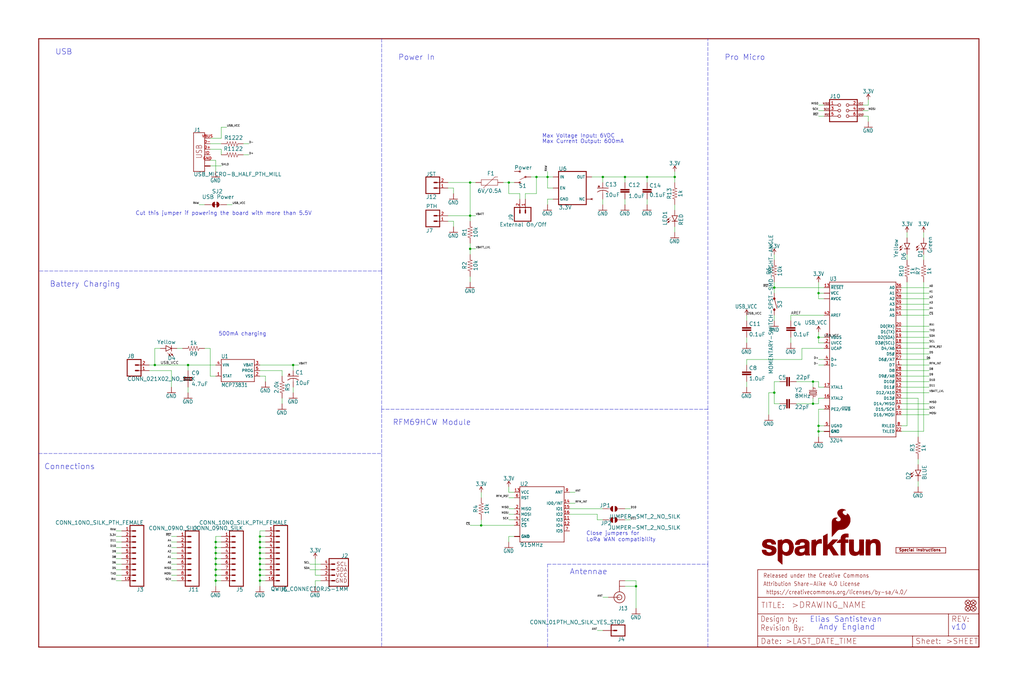
<source format=kicad_sch>
(kicad_sch (version 20211123) (generator eeschema)
  (paper "User" 470.306 317.906)
  (junction (at 119.38 266.7))
  (junction (at 99.06 266.7))
  (junction (at 119.38 246.38))
  (junction (at 86.36 167.64))
  (junction (at 297.18 81.28))
  (junction (at 373.38 175.26))
  (junction (at 355.6 132.08))
  (junction (at 119.38 259.08))
  (junction (at 287.02 81.28))
  (junction (at 375.92 154.94))
  (junction (at 215.9 83.82))
  (junction (at 99.06 259.08))
  (junction (at 251.46 81.28))
  (junction (at 71.12 167.64))
  (junction (at 99.06 264.16))
  (junction (at 99.06 256.54))
  (junction (at 99.06 248.92))
  (junction (at 119.38 261.62))
  (junction (at 220.98 241.3))
  (junction (at 99.06 251.46))
  (junction (at 119.38 256.54))
  (junction (at 246.38 81.28))
  (junction (at 355.6 180.34))
  (junction (at 373.38 185.42))
  (junction (at 233.68 83.82))
  (junction (at 375.92 198.12))
  (junction (at 99.06 261.62))
  (junction (at 215.9 114.3))
  (junction (at 119.38 254))
  (junction (at 134.62 167.64))
  (junction (at 309.88 81.28))
  (junction (at 292.1 269.24))
  (junction (at 375.92 134.62))
  (junction (at 99.06 254))
  (junction (at 119.38 264.16))
  (junction (at 276.86 81.28))
  (junction (at 375.92 195.58))
  (junction (at 119.38 251.46))
  (junction (at 215.9 99.06))
  (junction (at 119.38 248.92))
  (wire (pts (xy 414.02 195.58) (xy 416.56 195.58)))
  (wire (pts (xy 86.36 177.8) (xy 86.36 180.34)))
  (wire (pts (xy 101.6 251.46) (xy 99.06 251.46)))
  (wire (pts (xy 421.64 213.36) (xy 421.64 210.82)))
  (wire (pts (xy 241.3 91.44) (xy 241.3 88.9)))
  (wire (pts (xy 121.92 248.92) (xy 119.38 248.92)))
  (wire (pts (xy 208.28 101.6) (xy 208.28 104.14)))
  (polyline (pts (xy 175.26 208.28) (xy 175.26 297.18)))
  (wire (pts (xy 134.62 167.64) (xy 137.16 167.64)))
  (wire (pts (xy 96.52 172.72) (xy 96.52 160.02)))
  (wire (pts (xy 101.6 68.58) (xy 101.6 71.12)))
  (wire (pts (xy 424.18 198.12) (xy 424.18 129.54)))
  (wire (pts (xy 71.12 160.02) (xy 71.12 167.64)))
  (wire (pts (xy 81.28 256.54) (xy 78.74 256.54)))
  (wire (pts (xy 215.9 101.6) (xy 215.9 99.06)))
  (wire (pts (xy 254 86.36) (xy 251.46 86.36)))
  (wire (pts (xy 396.24 53.34) (xy 398.78 53.34)))
  (wire (pts (xy 215.9 129.54) (xy 215.9 127)))
  (wire (pts (xy 96.52 63.5) (xy 101.6 63.5)))
  (wire (pts (xy 111.76 71.12) (xy 114.3 71.12)))
  (wire (pts (xy 119.38 167.64) (xy 134.62 167.64)))
  (wire (pts (xy 355.6 129.54) (xy 355.6 132.08)))
  (wire (pts (xy 121.92 256.54) (xy 119.38 256.54)))
  (wire (pts (xy 414.02 139.7) (xy 426.72 139.7)))
  (wire (pts (xy 414.02 172.72) (xy 426.72 172.72)))
  (wire (pts (xy 424.18 116.84) (xy 424.18 119.38)))
  (wire (pts (xy 416.56 106.68) (xy 416.56 109.22)))
  (wire (pts (xy 238.76 88.9) (xy 233.68 88.9)))
  (wire (pts (xy 424.18 106.68) (xy 424.18 109.22)))
  (wire (pts (xy 238.76 91.44) (xy 238.76 88.9)))
  (wire (pts (xy 358.14 175.26) (xy 355.6 175.26)))
  (wire (pts (xy 375.92 182.88) (xy 375.92 185.42)))
  (wire (pts (xy 68.58 167.64) (xy 71.12 167.64)))
  (wire (pts (xy 414.02 152.4) (xy 426.72 152.4)))
  (wire (pts (xy 99.06 259.08) (xy 99.06 261.62)))
  (polyline (pts (xy 175.26 187.96) (xy 175.26 208.28)))
  (polyline (pts (xy 175.26 124.46) (xy 175.26 187.96)))
  (wire (pts (xy 375.92 187.96) (xy 375.92 195.58)))
  (wire (pts (xy 421.64 223.52) (xy 421.64 220.98)))
  (wire (pts (xy 414.02 137.16) (xy 426.72 137.16)))
  (wire (pts (xy 355.6 116.84) (xy 355.6 119.38)))
  (wire (pts (xy 261.62 236.22) (xy 274.32 236.22)))
  (wire (pts (xy 96.52 76.2) (xy 101.6 76.2)))
  (wire (pts (xy 119.38 170.18) (xy 129.54 170.18)))
  (wire (pts (xy 101.6 264.16) (xy 99.06 264.16)))
  (wire (pts (xy 414.02 165.1) (xy 426.72 165.1)))
  (wire (pts (xy 353.06 180.34) (xy 355.6 180.34)))
  (polyline (pts (xy 251.46 259.08) (xy 325.12 259.08)))
  (wire (pts (xy 378.46 50.8) (xy 375.92 50.8)))
  (wire (pts (xy 309.88 96.52) (xy 309.88 93.98)))
  (wire (pts (xy 414.02 134.62) (xy 426.72 134.62)))
  (polyline (pts (xy 175.26 124.46) (xy 17.78 124.46)))
  (wire (pts (xy 121.92 266.7) (xy 119.38 266.7)))
  (wire (pts (xy 414.02 177.8) (xy 426.72 177.8)))
  (wire (pts (xy 111.76 66.04) (xy 114.3 66.04)))
  (wire (pts (xy 236.22 233.68) (xy 233.68 233.68)))
  (wire (pts (xy 276.86 289.56) (xy 274.32 289.56)))
  (wire (pts (xy 119.38 172.72) (xy 121.92 172.72)))
  (wire (pts (xy 220.98 226.06) (xy 220.98 228.6)))
  (wire (pts (xy 81.28 259.08) (xy 78.74 259.08)))
  (wire (pts (xy 287.02 233.68) (xy 289.56 233.68)))
  (polyline (pts (xy 325.12 297.18) (xy 325.12 259.08)))
  (wire (pts (xy 378.46 187.96) (xy 375.92 187.96)))
  (wire (pts (xy 368.3 160.02) (xy 368.3 165.1)))
  (wire (pts (xy 378.46 134.62) (xy 375.92 134.62)))
  (wire (pts (xy 342.9 154.94) (xy 342.9 157.48)))
  (wire (pts (xy 355.6 132.08) (xy 353.06 132.08)))
  (wire (pts (xy 414.02 144.78) (xy 426.72 144.78)))
  (wire (pts (xy 99.06 256.54) (xy 99.06 259.08)))
  (wire (pts (xy 287.02 81.28) (xy 287.02 83.82)))
  (polyline (pts (xy 325.12 187.96) (xy 325.12 17.78)))
  (wire (pts (xy 274.32 238.76) (xy 276.86 238.76)))
  (wire (pts (xy 414.02 149.86) (xy 426.72 149.86)))
  (wire (pts (xy 86.36 167.64) (xy 99.06 167.64)))
  (wire (pts (xy 378.46 132.08) (xy 355.6 132.08)))
  (wire (pts (xy 309.88 81.28) (xy 309.88 83.82)))
  (wire (pts (xy 414.02 162.56) (xy 426.72 162.56)))
  (wire (pts (xy 144.78 266.7) (xy 144.78 269.24)))
  (wire (pts (xy 378.46 154.94) (xy 375.92 154.94)))
  (wire (pts (xy 121.92 172.72) (xy 121.92 175.26)))
  (wire (pts (xy 215.9 114.3) (xy 218.44 114.3)))
  (wire (pts (xy 81.28 251.46) (xy 78.74 251.46)))
  (wire (pts (xy 309.88 81.28) (xy 309.88 78.74)))
  (wire (pts (xy 101.6 63.5) (xy 101.6 58.42)))
  (wire (pts (xy 261.62 233.68) (xy 276.86 233.68)))
  (wire (pts (xy 378.46 198.12) (xy 375.92 198.12)))
  (wire (pts (xy 147.32 264.16) (xy 144.78 264.16)))
  (wire (pts (xy 236.22 241.3) (xy 220.98 241.3)))
  (wire (pts (xy 414.02 170.18) (xy 426.72 170.18)))
  (wire (pts (xy 83.82 160.02) (xy 81.28 160.02)))
  (wire (pts (xy 220.98 241.3) (xy 215.9 241.3)))
  (wire (pts (xy 261.62 226.06) (xy 264.16 226.06)))
  (wire (pts (xy 99.06 254) (xy 99.06 256.54)))
  (wire (pts (xy 309.88 106.68) (xy 309.88 104.14)))
  (wire (pts (xy 205.74 86.36) (xy 208.28 86.36)))
  (wire (pts (xy 236.22 236.22) (xy 233.68 236.22)))
  (wire (pts (xy 71.12 167.64) (xy 86.36 167.64)))
  (wire (pts (xy 414.02 160.02) (xy 426.72 160.02)))
  (wire (pts (xy 373.38 182.88) (xy 373.38 185.42)))
  (wire (pts (xy 96.52 68.58) (xy 101.6 68.58)))
  (wire (pts (xy 119.38 264.16) (xy 119.38 266.7)))
  (wire (pts (xy 119.38 266.7) (xy 119.38 269.24)))
  (wire (pts (xy 365.76 175.26) (xy 373.38 175.26)))
  (wire (pts (xy 99.06 251.46) (xy 99.06 254)))
  (wire (pts (xy 121.92 243.84) (xy 119.38 243.84)))
  (wire (pts (xy 378.46 177.8) (xy 375.92 177.8)))
  (wire (pts (xy 414.02 175.26) (xy 426.72 175.26)))
  (wire (pts (xy 205.74 101.6) (xy 208.28 101.6)))
  (wire (pts (xy 81.28 248.92) (xy 78.74 248.92)))
  (wire (pts (xy 215.9 116.84) (xy 215.9 114.3)))
  (wire (pts (xy 246.38 88.9) (xy 246.38 81.28)))
  (wire (pts (xy 414.02 182.88) (xy 421.64 182.88)))
  (wire (pts (xy 414.02 185.42) (xy 426.72 185.42)))
  (wire (pts (xy 414.02 154.94) (xy 426.72 154.94)))
  (wire (pts (xy 99.06 266.7) (xy 99.06 269.24)))
  (wire (pts (xy 81.28 266.7) (xy 78.74 266.7)))
  (wire (pts (xy 121.92 251.46) (xy 119.38 251.46)))
  (wire (pts (xy 55.88 266.7) (xy 53.34 266.7)))
  (wire (pts (xy 99.06 172.72) (xy 96.52 172.72)))
  (wire (pts (xy 121.92 254) (xy 119.38 254)))
  (wire (pts (xy 414.02 132.08) (xy 426.72 132.08)))
  (wire (pts (xy 355.6 132.08) (xy 355.6 134.62)))
  (polyline (pts (xy 175.26 17.78) (xy 175.26 124.46)))
  (wire (pts (xy 55.88 259.08) (xy 53.34 259.08)))
  (wire (pts (xy 134.62 170.18) (xy 134.62 167.64)))
  (wire (pts (xy 81.28 254) (xy 78.74 254)))
  (wire (pts (xy 375.92 137.16) (xy 375.92 134.62)))
  (wire (pts (xy 375.92 195.58) (xy 375.92 198.12)))
  (wire (pts (xy 342.9 144.78) (xy 342.9 147.32)))
  (wire (pts (xy 119.38 256.54) (xy 119.38 259.08)))
  (wire (pts (xy 129.54 170.18) (xy 129.54 172.72)))
  (wire (pts (xy 292.1 269.24) (xy 292.1 279.4)))
  (wire (pts (xy 353.06 190.5) (xy 353.06 180.34)))
  (wire (pts (xy 414.02 198.12) (xy 424.18 198.12)))
  (wire (pts (xy 121.92 246.38) (xy 119.38 246.38)))
  (wire (pts (xy 99.06 264.16) (xy 99.06 266.7)))
  (wire (pts (xy 205.74 99.06) (xy 215.9 99.06)))
  (wire (pts (xy 416.56 195.58) (xy 416.56 129.54)))
  (wire (pts (xy 233.68 246.38) (xy 233.68 248.92)))
  (wire (pts (xy 246.38 81.28) (xy 251.46 81.28)))
  (wire (pts (xy 378.46 182.88) (xy 375.92 182.88)))
  (wire (pts (xy 287.02 266.7) (xy 292.1 266.7)))
  (wire (pts (xy 271.78 81.28) (xy 276.86 81.28)))
  (wire (pts (xy 99.06 248.92) (xy 99.06 251.46)))
  (wire (pts (xy 101.6 254) (xy 99.06 254)))
  (wire (pts (xy 68.58 170.18) (xy 78.74 170.18)))
  (wire (pts (xy 208.28 86.36) (xy 208.28 88.9)))
  (wire (pts (xy 55.88 243.84) (xy 53.34 243.84)))
  (wire (pts (xy 233.68 83.82) (xy 236.22 83.82)))
  (wire (pts (xy 368.3 165.1) (xy 342.9 165.1)))
  (wire (pts (xy 287.02 81.28) (xy 297.18 81.28)))
  (wire (pts (xy 231.14 83.82) (xy 233.68 83.82)))
  (wire (pts (xy 101.6 261.62) (xy 99.06 261.62)))
  (wire (pts (xy 119.38 254) (xy 119.38 256.54)))
  (wire (pts (xy 81.28 246.38) (xy 78.74 246.38)))
  (wire (pts (xy 215.9 83.82) (xy 205.74 83.82)))
  (wire (pts (xy 342.9 177.8) (xy 342.9 175.26)))
  (wire (pts (xy 101.6 266.7) (xy 99.06 266.7)))
  (wire (pts (xy 378.46 48.26) (xy 375.92 48.26)))
  (wire (pts (xy 236.22 226.06) (xy 233.68 226.06)))
  (wire (pts (xy 220.98 238.76) (xy 220.98 241.3)))
  (wire (pts (xy 375.92 185.42) (xy 373.38 185.42)))
  (wire (pts (xy 236.22 238.76) (xy 233.68 238.76)))
  (wire (pts (xy 101.6 259.08) (xy 99.06 259.08)))
  (wire (pts (xy 93.98 93.98) (xy 91.44 93.98)))
  (wire (pts (xy 236.22 228.6) (xy 233.68 228.6)))
  (wire (pts (xy 414.02 180.34) (xy 426.72 180.34)))
  (wire (pts (xy 144.78 264.16) (xy 144.78 256.54)))
  (wire (pts (xy 375.92 157.48) (xy 375.92 154.94)))
  (wire (pts (xy 81.28 261.62) (xy 78.74 261.62)))
  (wire (pts (xy 73.66 160.02) (xy 71.12 160.02)))
  (wire (pts (xy 378.46 165.1) (xy 375.92 165.1)))
  (wire (pts (xy 287.02 238.76) (xy 289.56 238.76)))
  (polyline (pts (xy 325.12 259.08) (xy 325.12 187.96)))
  (wire (pts (xy 119.38 248.92) (xy 119.38 251.46)))
  (wire (pts (xy 287.02 269.24) (xy 292.1 269.24)))
  (wire (pts (xy 375.92 198.12) (xy 375.92 200.66)))
  (wire (pts (xy 55.88 264.16) (xy 53.34 264.16)))
  (wire (pts (xy 236.22 246.38) (xy 233.68 246.38)))
  (wire (pts (xy 55.88 256.54) (xy 53.34 256.54)))
  (wire (pts (xy 119.38 259.08) (xy 119.38 261.62)))
  (wire (pts (xy 398.78 45.72) (xy 398.78 48.26)))
  (wire (pts (xy 355.6 180.34) (xy 355.6 185.42)))
  (wire (pts (xy 147.32 261.62) (xy 142.24 261.62)))
  (wire (pts (xy 274.32 236.22) (xy 274.32 238.76)))
  (wire (pts (xy 375.92 134.62) (xy 375.92 129.54)))
  (wire (pts (xy 375.92 175.26) (xy 373.38 175.26)))
  (polyline (pts (xy 325.12 187.96) (xy 175.26 187.96)))
  (wire (pts (xy 99.06 246.38) (xy 99.06 248.92)))
  (wire (pts (xy 81.28 264.16) (xy 78.74 264.16)))
  (wire (pts (xy 365.76 185.42) (xy 373.38 185.42)))
  (wire (pts (xy 55.88 261.62) (xy 53.34 261.62)))
  (wire (pts (xy 99.06 261.62) (xy 99.06 264.16)))
  (wire (pts (xy 104.14 93.98) (xy 106.68 93.98)))
  (wire (pts (xy 101.6 246.38) (xy 99.06 246.38)))
  (wire (pts (xy 414.02 187.96) (xy 426.72 187.96)))
  (polyline (pts (xy 251.46 297.18) (xy 251.46 259.08)))
  (wire (pts (xy 99.06 73.66) (xy 99.06 78.74)))
  (wire (pts (xy 251.46 81.28) (xy 251.46 78.74)))
  (wire (pts (xy 251.46 91.44) (xy 251.46 93.98)))
  (wire (pts (xy 78.74 170.18) (xy 78.74 177.8)))
  (wire (pts (xy 96.52 73.66) (xy 99.06 73.66)))
  (wire (pts (xy 119.38 251.46) (xy 119.38 254)))
  (wire (pts (xy 251.46 81.28) (xy 254 81.28)))
  (wire (pts (xy 251.46 86.36) (xy 251.46 81.28)))
  (wire (pts (xy 421.64 182.88) (xy 421.64 200.66)))
  (wire (pts (xy 119.38 243.84) (xy 119.38 246.38)))
  (wire (pts (xy 134.62 180.34) (xy 134.62 177.8)))
  (wire (pts (xy 414.02 167.64) (xy 426.72 167.64)))
  (wire (pts (xy 119.38 246.38) (xy 119.38 248.92)))
  (wire (pts (xy 358.14 185.42) (xy 355.6 185.42)))
  (wire (pts (xy 378.46 167.64) (xy 375.92 167.64)))
  (wire (pts (xy 297.18 93.98) (xy 297.18 91.44)))
  (wire (pts (xy 55.88 246.38) (xy 53.34 246.38)))
  (wire (pts (xy 342.9 165.1) (xy 342.9 167.64)))
  (wire (pts (xy 55.88 248.92) (xy 53.34 248.92)))
  (wire (pts (xy 378.46 160.02) (xy 368.3 160.02)))
  (wire (pts (xy 101.6 256.54) (xy 99.06 256.54)))
  (wire (pts (xy 233.68 226.06) (xy 233.68 223.52)))
  (wire (pts (xy 378.46 137.16) (xy 375.92 137.16)))
  (wire (pts (xy 416.56 116.84) (xy 416.56 119.38)))
  (wire (pts (xy 414.02 190.5) (xy 426.72 190.5)))
  (wire (pts (xy 215.9 99.06) (xy 218.44 99.06)))
  (wire (pts (xy 297.18 81.28) (xy 309.88 81.28)))
  (wire (pts (xy 276.86 81.28) (xy 287.02 81.28)))
  (wire (pts (xy 363.22 144.78) (xy 363.22 147.32)))
  (wire (pts (xy 378.46 53.34) (xy 375.92 53.34)))
  (wire (pts (xy 396.24 48.26) (xy 398.78 48.26)))
  (wire (pts (xy 414.02 142.24) (xy 426.72 142.24)))
  (wire (pts (xy 261.62 231.14) (xy 264.16 231.14)))
  (wire (pts (xy 375.92 152.4) (xy 375.92 154.94)))
  (wire (pts (xy 279.4 274.32) (xy 276.86 274.32)))
  (wire (pts (xy 215.9 114.3) (xy 215.9 111.76)))
  (wire (pts (xy 218.44 83.82) (xy 215.9 83.82)))
  (wire (pts (xy 355.6 144.78) (xy 355.6 147.32)))
  (wire (pts (xy 147.32 259.08) (xy 142.24 259.08)))
  (wire (pts (xy 355.6 175.26) (xy 355.6 180.34)))
  (wire (pts (xy 378.46 144.78) (xy 363.22 144.78)))
  (wire (pts (xy 96.52 160.02) (xy 93.98 160.02)))
  (wire (pts (xy 254 91.44) (xy 251.46 91.44)))
  (wire (pts (xy 55.88 251.46) (xy 53.34 251.46)))
  (wire (pts (xy 414.02 157.48) (xy 426.72 157.48)))
  (wire (pts (xy 373.38 177.8) (xy 373.38 175.26)))
  (wire (pts (xy 55.88 254) (xy 53.34 254)))
  (wire (pts (xy 276.86 81.28) (xy 276.86 83.82)))
  (polyline (pts (xy 17.78 208.28) (xy 175.26 208.28)))
  (wire (pts (xy 378.46 195.58) (xy 375.92 195.58)))
  (wire (pts (xy 233.68 88.9) (xy 233.68 83.82)))
  (wire (pts (xy 121.92 261.62) (xy 119.38 261.62)))
  (wire (pts (xy 101.6 58.42) (xy 104.14 58.42)))
  (wire (pts (xy 121.92 259.08) (xy 119.38 259.08)))
  (wire (pts (xy 121.92 264.16) (xy 119.38 264.16)))
  (wire (pts (xy 101.6 248.92) (xy 99.06 248.92)))
  (wire (pts (xy 396.24 50.8) (xy 398.78 50.8)))
  (wire (pts (xy 241.3 88.9) (xy 246.38 88.9)))
  (wire (pts (xy 297.18 83.82) (xy 297.18 81.28)))
  (wire (pts (xy 398.78 53.34) (xy 398.78 55.88)))
  (wire (pts (xy 96.52 66.04) (xy 101.6 66.04)))
  (wire (pts (xy 375.92 177.8) (xy 375.92 175.26)))
  (wire (pts (xy 119.38 261.62) (xy 119.38 264.16)))
  (wire (pts (xy 287.02 93.98) (xy 287.02 91.44)))
  (wire (pts (xy 215.9 99.06) (xy 215.9 83.82)))
  (wire (pts (xy 243.84 81.28) (xy 246.38 81.28)))
  (wire (pts (xy 378.46 157.48) (xy 375.92 157.48)))
  (wire (pts (xy 86.36 170.18) (xy 86.36 167.64)))
  (wire (pts (xy 129.54 185.42) (xy 129.54 182.88)))
  (wire (pts (xy 363.22 157.48) (xy 363.22 154.94)))
  (wire (pts (xy 276.86 93.98) (xy 276.86 91.44)))
  (wire (pts (xy 147.32 266.7) (xy 144.78 266.7)))
  (wire (pts (xy 292.1 266.7) (xy 292.1 269.24)))
  (text "Pro Micro" (at 332.74 27.94 180) (effects (font (size 2.54 2.54)) (justify left bottom)))
  (text "500mA charging" (at 100.33 154.432 180) (effects (font (size 1.778 1.778)) (justify left bottom)))
  (text "Connections" (at 20.32 215.9 180) (effects (font (size 2.54 2.54)) (justify left bottom)))
  (text "Andy England" (at 375.92 289.56 180) (effects (font (size 2.54 2.54)) (justify left bottom)))
  (text "Max Current Output: 600mA" (at 248.92 66.04 180) (effects (font (size 1.778 1.778)) (justify left bottom)))
  (text "USB" (at 25.4 25.4 180) (effects (font (size 2.54 2.54)) (justify left bottom)))
  (text "RFM69HCW Module" (at 180.34 195.58 180) (effects (font (size 2.54 2.54)) (justify left bottom)))
  (text "Close jumpers for\nLoRa WAN compatibility" (at 269.24 248.92 180) (effects (font (size 1.778 1.778)) (justify left bottom)))
  (text "Battery Charging" (at 22.86 132.08 180) (effects (font (size 2.54 2.54)) (justify left bottom)))
  (text "Cut this jumper if powering the board with more than 5.5V" (at 62.23 99.06 0) (effects (font (size 1.778 1.778)) (justify left bottom)))
  (text "Power In" (at 182.88 27.94 180) (effects (font (size 2.54 2.54)) (justify left bottom)))
  (text "v10" (at 436.88 289.56 180) (effects (font (size 2.54 2.54)) (justify left bottom)))
  (text "Antennae" (at 261.62 264.16 180) (effects (font (size 2.54 2.54)) (justify left bottom)))
  (text "Elias Santistevan" (at 371.856 286.004 180) (effects (font (size 2.54 2.54)) (justify left bottom)))
  (text "Max Voltage Input: 6VDC" (at 248.92 63.5 180) (effects (font (size 1.778 1.778)) (justify left bottom)))
  (label "RAW" (at 251.46 78.74 90) (effects (font (size 0.889 0.889))))
  (label "3.3V" (at 53.34 246.38 180) (effects (font (size 0.889 0.889))))
  (label "A2" (at 426.72 137.16 0) (effects (font (size 0.889 0.889))))
  (label "D11" (at 289.56 238.76 0) (effects (font (size 0.889 0.889))))
  (label "A1" (at 426.72 134.62 0) (effects (font (size 0.889 0.889))))
  (label "MOSI" (at 78.74 264.16 180) (effects (font (size 0.889 0.889))))
  (label "SDA" (at 142.24 261.62 180) (effects (font (size 0.889 0.889))))
  (label "A0" (at 78.74 259.08 180) (effects (font (size 0.889 0.889))))
  (label "ANT" (at 274.32 289.56 180) (effects (font (size 0.889 0.889))))
  (label "~{RST}" (at 78.74 246.38 180) (effects (font (size 0.889 0.889))))
  (label "~{RST}" (at 353.06 132.08 180) (effects (font (size 0.889 0.889))))
  (label "USB_VCC" (at 73.66 167.64 0) (effects (font (size 1.2446 1.2446))))
  (label "USB_VCC" (at 342.9 144.78 0) (effects (font (size 1.016 1.016))))
  (label "~{RST}" (at 375.92 53.34 180) (effects (font (size 0.889 0.889))))
  (label "~{CS}" (at 426.72 144.78 0) (effects (font (size 0.889 0.889))))
  (label "SDA" (at 426.72 154.94 0) (effects (font (size 0.889 0.889))))
  (label "SHLD" (at 101.6 76.2 0) (effects (font (size 0.889 0.889))))
  (label "D5" (at 426.72 162.56 0) (effects (font (size 0.889 0.889))))
  (label "SCK" (at 426.72 187.96 0) (effects (font (size 0.889 0.889))))
  (label "D11" (at 426.72 177.8 0) (effects (font (size 0.889 0.889))))
  (label "MISO" (at 426.72 185.42 0) (effects (font (size 0.889 0.889))))
  (label "SCL" (at 142.24 259.08 180) (effects (font (size 0.889 0.889))))
  (label "RFM_INT" (at 264.16 231.14 0) (effects (font (size 0.889 0.889))))
  (label "D+" (at 375.92 165.1 180) (effects (font (size 0.889 0.889))))
  (label "SCK" (at 78.74 266.7 180) (effects (font (size 0.889 0.889))))
  (label "D-" (at 375.92 167.64 180) (effects (font (size 0.889 0.889))))
  (label "USB_VCC" (at 378.46 154.94 0) (effects (font (size 1.016 1.016))))
  (label "D9" (at 426.72 172.72 0) (effects (font (size 0.889 0.889))))
  (label "D10" (at 289.56 233.68 0) (effects (font (size 0.889 0.889))))
  (label "VBATT_LVL" (at 218.44 114.3 0) (effects (font (size 0.889 0.889))))
  (label "D6" (at 53.34 259.08 180) (effects (font (size 0.889 0.889))))
  (label "TXO" (at 53.34 264.16 180) (effects (font (size 0.889 0.889))))
  (label "D11" (at 53.34 248.92 180) (effects (font (size 0.889 0.889))))
  (label "A0" (at 426.72 132.08 0) (effects (font (size 0.889 0.889))))
  (label "SCL" (at 426.72 157.48 0) (effects (font (size 0.889 0.889))))
  (label "RFM_INT" (at 426.72 167.64 0) (effects (font (size 0.889 0.889))))
  (label "USB_VCC" (at 104.14 58.42 0) (effects (font (size 0.889 0.889))))
  (label "VBATT" (at 137.16 167.64 0) (effects (font (size 0.889 0.889))))
  (label "D10" (at 426.72 175.26 0) (effects (font (size 0.889 0.889))))
  (label "RXI" (at 426.72 149.86 0) (effects (font (size 0.889 0.889))))
  (label "RAW" (at 91.44 93.98 180) (effects (font (size 0.889 0.889))))
  (label "AREF" (at 363.22 144.78 0) (effects (font (size 1.2446 1.2446))))
  (label "VBATT_LVL" (at 426.72 180.34 0) (effects (font (size 0.889 0.889))))
  (label "A4" (at 426.72 142.24 0) (effects (font (size 0.889 0.889))))
  (label "RFM_RST" (at 426.72 160.02 0) (effects (font (size 0.889 0.889))))
  (label "USB_VCC" (at 106.68 93.98 0) (effects (font (size 0.889 0.889))))
  (label "D5" (at 53.34 261.62 180) (effects (font (size 0.889 0.889))))
  (label "SCK" (at 233.68 238.76 180) (effects (font (size 0.889 0.889))))
  (label "D6" (at 425.45 165.1 0) (effects (font (size 0.889 0.889))))
  (label "A4" (at 78.74 248.92 180) (effects (font (size 0.889 0.889))))
  (label "D+" (at 114.3 71.12 0) (effects (font (size 0.889 0.889))))
  (label "ANT" (at 276.86 274.32 180) (effects (font (size 0.889 0.889))))
  (label "TXO" (at 426.72 152.4 0) (effects (font (size 0.889 0.889))))
  (label "A1" (at 78.74 256.54 180) (effects (font (size 0.889 0.889))))
  (label "VBATT" (at 218.44 99.06 0) (effects (font (size 0.889 0.889))))
  (label "MOSI" (at 233.68 236.22 180) (effects (font (size 0.889 0.889))))
  (label "SCK" (at 375.92 50.8 180) (effects (font (size 0.889 0.889))))
  (label "MOSI" (at 398.78 50.8 0) (effects (font (size 0.889 0.889))))
  (label "D8" (at 426.72 170.18 0) (effects (font (size 0.889 0.889))))
  (label "MISO" (at 78.74 261.62 180) (effects (font (size 0.889 0.889))))
  (label "RAW" (at 53.34 243.84 180) (effects (font (size 0.889 0.889))))
  (label "D9" (at 53.34 254 180) (effects (font (size 0.889 0.889))))
  (label "D8" (at 53.34 256.54 180) (effects (font (size 0.889 0.889))))
  (label "MISO" (at 375.92 48.26 180) (effects (font (size 0.889 0.889))))
  (label "~{CS}" (at 215.9 241.3 180) (effects (font (size 0.889 0.889))))
  (label "A2" (at 78.74 254 180) (effects (font (size 0.889 0.889))))
  (label "D10" (at 53.34 251.46 180) (effects (font (size 0.889 0.889))))
  (label "D-" (at 114.3 66.04 0) (effects (font (size 0.889 0.889))))
  (label "A3" (at 426.72 139.7 0) (effects (font (size 0.889 0.889))))
  (label "RFM_RST" (at 233.68 228.6 180) (effects (font (size 0.889 0.889))))
  (label "ANT" (at 264.16 226.06 0) (effects (font (size 0.889 0.889))))
  (label "RXI" (at 53.34 266.7 180) (effects (font (size 0.889 0.889))))
  (label "MOSI" (at 426.72 190.5 0) (effects (font (size 0.889 0.889))))
  (label "MISO" (at 233.68 233.68 180) (effects (font (size 0.889 0.889))))
  (label "A3" (at 78.74 251.46 180) (effects (font (size 0.889 0.889))))
  (symbol (lib_id "eagleSchem-eagle-import:1.0UF-0603-16V-10%") (at 287.02 88.9 0) (unit 1)
    (property "Reference" "C12" (at 288.544 85.979 0) (effects (font (size 1.778 1.778)) (justify left bottom)))
    (property "Value" "1.0uF" (at 288.544 91.059 0) (effects (font (size 1.778 1.778)) (justify left bottom)))
    (property "Footprint" "eagleSchem:0603" (effects hide))
  )
  (symbol (lib_id "eagleSchem-eagle-import:ATMEGA32U4-ARDUINOQFN2") (at 396.24 167.64 0) (unit 1)
    (property "Reference" "U3" (at 381 129.032 0) (effects (font (size 1.778 1.5113)) (justify left bottom)))
    (property "Value" "32U4" (at 381 203.2 0) (effects (font (size 1.778 1.5113)) (justify left bottom)))
    (property "Footprint" "eagleSchem:QFN-44-NOPAD" (effects hide))
  )
  (symbol (lib_id "eagleSchem-eagle-import:GND") (at 208.28 106.68 0) (unit 1)
    (property "Reference" "#GND4" (effects hide))
    (property "Value" "GND" (at 205.74 109.22 0) (effects (font (size 1.778 1.5113)) (justify left bottom)))
    (property "Footprint" "eagleSchem:" (effects hide))
  )
  (symbol (lib_id "eagleSchem-eagle-import:GND") (at 99.06 271.78 0) (unit 1)
    (property "Reference" "#GND6" (effects hide))
    (property "Value" "GND" (at 96.52 274.32 0) (effects (font (size 1.778 1.5113)) (justify left bottom)))
    (property "Footprint" "eagleSchem:" (effects hide))
  )
  (symbol (lib_id "eagleSchem-eagle-import:CONN_021X02_NO_SILK") (at 241.3 99.06 90) (unit 1)
    (property "Reference" "J9" (at 235.712 101.6 0) (effects (font (size 1.778 1.778)) (justify left bottom)))
    (property "Value" "External On/Off" (at 229.362 104.14 90) (effects (font (size 1.778 1.778)) (justify right top)))
    (property "Footprint" "eagleSchem:1X02_NO_SILK" (effects hide))
  )
  (symbol (lib_id "eagleSchem-eagle-import:GND") (at 233.68 251.46 0) (unit 1)
    (property "Reference" "#GND2" (effects hide))
    (property "Value" "GND" (at 231.14 254 0) (effects (font (size 1.778 1.5113)) (justify left bottom)))
    (property "Footprint" "eagleSchem:" (effects hide))
  )
  (symbol (lib_id "eagleSchem-eagle-import:GND") (at 309.88 109.22 0) (unit 1)
    (property "Reference" "#GND31" (effects hide))
    (property "Value" "GND" (at 307.34 111.76 0) (effects (font (size 1.778 1.5113)) (justify left bottom)))
    (property "Footprint" "eagleSchem:" (effects hide))
  )
  (symbol (lib_id "eagleSchem-eagle-import:GND") (at 251.46 96.52 0) (unit 1)
    (property "Reference" "#GND33" (effects hide))
    (property "Value" "GND" (at 248.92 99.06 0) (effects (font (size 1.778 1.5113)) (justify left bottom)))
    (property "Footprint" "eagleSchem:" (effects hide))
  )
  (symbol (lib_id "eagleSchem-eagle-import:10UF-POLAR-EIA3216-16V-10%(TANT)") (at 134.62 172.72 0) (unit 1)
    (property "Reference" "C1" (at 135.636 172.085 0) (effects (font (size 1.778 1.778)) (justify left bottom)))
    (property "Value" "10uF" (at 135.636 176.911 0) (effects (font (size 1.778 1.778)) (justify left bottom)))
    (property "Footprint" "eagleSchem:EIA3216" (effects hide))
  )
  (symbol (lib_id "eagleSchem-eagle-import:GND") (at 297.18 96.52 0) (unit 1)
    (property "Reference" "#GND32" (effects hide))
    (property "Value" "GND" (at 294.64 99.06 0) (effects (font (size 1.778 1.5113)) (justify left bottom)))
    (property "Footprint" "eagleSchem:" (effects hide))
  )
  (symbol (lib_id "eagleSchem-eagle-import:2.0KOHM-0603-1{slash}10W-5%") (at 129.54 177.8 270) (unit 1)
    (property "Reference" "R5" (at 131.064 177.8 0) (effects (font (size 1.778 1.778)) (justify bottom)))
    (property "Value" "2.0k" (at 128.016 177.8 0) (effects (font (size 1.778 1.778)) (justify top)))
    (property "Footprint" "eagleSchem:0603" (effects hide))
  )
  (symbol (lib_id "eagleSchem-eagle-import:10KOHM-0603-1{slash}10W-1%") (at 215.9 106.68 90) (unit 1)
    (property "Reference" "R1" (at 214.376 106.68 0) (effects (font (size 1.778 1.778)) (justify bottom)))
    (property "Value" "10k" (at 217.424 106.68 0) (effects (font (size 1.778 1.778)) (justify top)))
    (property "Footprint" "eagleSchem:0603" (effects hide))
  )
  (symbol (lib_id "eagleSchem-eagle-import:22PF-0603-50V-5%") (at 360.68 185.42 270) (unit 1)
    (property "Reference" "C7" (at 357.378 188.214 90) (effects (font (size 1.778 1.778)) (justify left bottom)))
    (property "Value" "22pF" (at 364.998 187.96 90) (effects (font (size 1.778 1.778)) (justify left bottom)))
    (property "Footprint" "eagleSchem:0603" (effects hide))
  )
  (symbol (lib_id "eagleSchem-eagle-import:GND") (at 144.78 271.78 0) (unit 1)
    (property "Reference" "#GND1" (effects hide))
    (property "Value" "GND" (at 142.24 274.32 0) (effects (font (size 1.778 1.5113)) (justify left bottom)))
    (property "Footprint" "eagleSchem:" (effects hide))
  )
  (symbol (lib_id "eagleSchem-eagle-import:GND") (at 342.9 180.34 0) (unit 1)
    (property "Reference" "#GND25" (effects hide))
    (property "Value" "GND" (at 340.36 182.88 0) (effects (font (size 1.778 1.5113)) (justify left bottom)))
    (property "Footprint" "eagleSchem:" (effects hide))
  )
  (symbol (lib_id "eagleSchem-eagle-import:RFM69HCW-915") (at 248.92 236.22 0) (unit 1)
    (property "Reference" "U2" (at 238.76 223.266 0) (effects (font (size 1.778 1.778)) (justify left bottom)))
    (property "Value" "915MHz" (at 238.76 249.174 0) (effects (font (size 1.778 1.778)) (justify left top)))
    (property "Footprint" "eagleSchem:RFM69HCW-XXXS2" (effects hide))
  )
  (symbol (lib_id "eagleSchem-eagle-import:GND") (at 86.36 182.88 0) (unit 1)
    (property "Reference" "#GND18" (effects hide))
    (property "Value" "GND" (at 83.82 185.42 0) (effects (font (size 1.778 1.5113)) (justify left bottom)))
    (property "Footprint" "eagleSchem:" (effects hide))
  )
  (symbol (lib_id "eagleSchem-eagle-import:REVISION") (at 349.25 289.814 0) (unit 1)
    (property "Reference" "LOGO1" (effects hide))
    (property "Value" "REVISION" (effects hide))
    (property "Footprint" "eagleSchem:REVISION" (effects hide))
  )
  (symbol (lib_id "eagleSchem-eagle-import:22OHM-0603-1{slash}10W-1%") (at 106.68 71.12 180) (unit 1)
    (property "Reference" "R11" (at 102.616 69.342 0) (effects (font (size 1.778 1.778)) (justify right top)))
    (property "Value" "22" (at 107.95 69.342 0) (effects (font (size 1.778 1.778)) (justify right top)))
    (property "Footprint" "eagleSchem:0603" (effects hide))
  )
  (symbol (lib_id "eagleSchem-eagle-import:FIDUCIAL1X2") (at 444.5 276.86 0) (unit 1)
    (property "Reference" "FD2" (effects hide))
    (property "Value" "FIDUCIAL1X2" (effects hide))
    (property "Footprint" "eagleSchem:FIDUCIAL-1X2" (effects hide))
  )
  (symbol (lib_id "eagleSchem-eagle-import:CONN_01PTH_NO_SILK_YES_STOP") (at 284.48 289.56 180) (unit 1)
    (property "Reference" "J4" (at 287.02 292.608 0) (effects (font (size 1.778 1.778)) (justify left bottom)))
    (property "Value" "CONN_01PTH_NO_SILK_YES_STOP" (at 287.02 284.734 0) (effects (font (size 1.778 1.778)) (justify left bottom)))
    (property "Footprint" "eagleSchem:1X01_NO_SILK" (effects hide))
  )
  (symbol (lib_id "eagleSchem-eagle-import:1KOHM-0603-1{slash}10W-1%") (at 421.64 205.74 90) (unit 1)
    (property "Reference" "R3" (at 420.116 205.74 0) (effects (font (size 1.778 1.778)) (justify bottom)))
    (property "Value" "1k" (at 423.164 205.74 0) (effects (font (size 1.778 1.778)) (justify top)))
    (property "Footprint" "eagleSchem:0603" (effects hide))
  )
  (symbol (lib_id "eagleSchem-eagle-import:CRYSTAL-8MHZSMD-5X3.2") (at 373.38 180.34 90) (unit 1)
    (property "Reference" "Y2" (at 364.998 180.086 90) (effects (font (size 1.778 1.778)) (justify right top)))
    (property "Value" "8MHz" (at 364.998 182.88 90) (effects (font (size 1.778 1.778)) (justify right top)))
    (property "Footprint" "eagleSchem:CRYSTAL-SMD-5X3.2-4PAD" (effects hide))
  )
  (symbol (lib_id "eagleSchem-eagle-import:CONN_021X02_NO_SILK") (at 198.12 101.6 0) (unit 1)
    (property "Reference" "J7" (at 195.58 106.934 0) (effects (font (size 1.778 1.778)) (justify left bottom)))
    (property "Value" "PTH" (at 195.58 95.758 0) (effects (font (size 1.778 1.778)) (justify left bottom)))
    (property "Footprint" "eagleSchem:1X02_NO_SILK" (effects hide))
  )
  (symbol (lib_id "eagleSchem-eagle-import:GND") (at 355.6 149.86 0) (unit 1)
    (property "Reference" "#GND5" (effects hide))
    (property "Value" "GND" (at 353.06 152.4 0) (effects (font (size 1.778 1.5113)) (justify left bottom)))
    (property "Footprint" "eagleSchem:" (effects hide))
  )
  (symbol (lib_id "eagleSchem-eagle-import:GND") (at 353.06 193.04 0) (unit 1)
    (property "Reference" "#GND23" (effects hide))
    (property "Value" "GND" (at 350.52 195.58 0) (effects (font (size 1.778 1.5113)) (justify left bottom)))
    (property "Footprint" "eagleSchem:" (effects hide))
  )
  (symbol (lib_id "eagleSchem-eagle-import:FRAME-LEDGER") (at 17.78 297.18 0) (unit 1)
    (property "Reference" "FRAME2" (effects hide))
    (property "Value" "FRAME-LEDGER" (effects hide))
    (property "Footprint" "eagleSchem:CREATIVE_COMMONS" (effects hide))
  )
  (symbol (lib_id "eagleSchem-eagle-import:GND") (at 363.22 160.02 0) (unit 1)
    (property "Reference" "#GND19" (effects hide))
    (property "Value" "GND" (at 360.68 162.56 0) (effects (font (size 1.778 1.5113)) (justify left bottom)))
    (property "Footprint" "eagleSchem:" (effects hide))
  )
  (symbol (lib_id "eagleSchem-eagle-import:FIDUCIAL1X2") (at 447.04 276.86 0) (unit 1)
    (property "Reference" "FD1" (effects hide))
    (property "Value" "FIDUCIAL1X2" (effects hide))
    (property "Footprint" "eagleSchem:FIDUCIAL-1X2" (effects hide))
  )
  (symbol (lib_id "eagleSchem-eagle-import:1KOHM-0603-1{slash}10W-1%") (at 309.88 88.9 90) (unit 1)
    (property "Reference" "R13" (at 308.356 88.9 0) (effects (font (size 1.778 1.778)) (justify bottom)))
    (property "Value" "1k" (at 311.404 88.9 0) (effects (font (size 1.778 1.778)) (justify top)))
    (property "Footprint" "eagleSchem:0603" (effects hide))
  )
  (symbol (lib_id "eagleSchem-eagle-import:GND") (at 99.06 81.28 0) (unit 1)
    (property "Reference" "#GND28" (effects hide))
    (property "Value" "GND" (at 96.52 83.82 0) (effects (font (size 1.778 1.5113)) (justify left bottom)))
    (property "Footprint" "eagleSchem:" (effects hide))
  )
  (symbol (lib_id "eagleSchem-eagle-import:PPTC_HALF-AMP") (at 223.52 83.82 0) (unit 1)
    (property "Reference" "F1" (at 225.425 80.645 0) (effects (font (size 1.778 1.778)) (justify bottom)))
    (property "Value" "6V/0.5A" (at 224.79 86.614 0) (effects (font (size 1.778 1.778)) (justify top)))
    (property "Footprint" "eagleSchem:1206" (effects hide))
  )
  (symbol (lib_id "eagleSchem-eagle-import:1KOHM-0603-1{slash}10W-1%") (at 416.56 124.46 90) (unit 1)
    (property "Reference" "R10" (at 415.036 124.46 0) (effects (font (size 1.778 1.778)) (justify bottom)))
    (property "Value" "1k" (at 418.084 124.46 0) (effects (font (size 1.778 1.778)) (justify top)))
    (property "Footprint" "eagleSchem:0603" (effects hide))
  )
  (symbol (lib_id "eagleSchem-eagle-import:10UF-POLAR-EIA3216-16V-10%(TANT)") (at 276.86 86.36 0) (unit 1)
    (property "Reference" "C13" (at 277.876 85.725 0) (effects (font (size 1.778 1.778)) (justify left bottom)))
    (property "Value" "10uF" (at 277.876 90.551 0) (effects (font (size 1.778 1.778)) (justify left bottom)))
    (property "Footprint" "eagleSchem:EIA3216" (effects hide))
  )
  (symbol (lib_id "eagleSchem-eagle-import:GND") (at 129.54 187.96 0) (unit 1)
    (property "Reference" "#GND17" (effects hide))
    (property "Value" "GND" (at 127 190.5 0) (effects (font (size 1.778 1.5113)) (justify left bottom)))
    (property "Footprint" "eagleSchem:" (effects hide))
  )
  (symbol (lib_id "eagleSchem-eagle-import:0.1UF-0603-25V-(+80{slash}-20%)") (at 363.22 149.86 180) (unit 1)
    (property "Reference" "C4" (at 364.236 149.733 0) (effects (font (size 1.778 1.778)) (justify right top)))
    (property "Value" "0.1uF" (at 364.236 154.559 0) (effects (font (size 1.778 1.778)) (justify right top)))
    (property "Footprint" "eagleSchem:0603" (effects hide))
  )
  (symbol (lib_id "eagleSchem-eagle-import:3.3V") (at 309.88 78.74 0) (unit 1)
    (property "Reference" "#P+10" (effects hide))
    (property "Value" "3.3V" (at 309.88 75.946 0) (effects (font (size 1.778 1.5113)) (justify bottom)))
    (property "Footprint" "eagleSchem:" (effects hide))
  )
  (symbol (lib_id "eagleSchem-eagle-import:GND") (at 78.74 180.34 0) (unit 1)
    (property "Reference" "#GND10" (effects hide))
    (property "Value" "GND" (at 76.2 182.88 0) (effects (font (size 1.778 1.5113)) (justify left bottom)))
    (property "Footprint" "eagleSchem:" (effects hide))
  )
  (symbol (lib_id "eagleSchem-eagle-import:3.3V") (at 424.18 106.68 0) (unit 1)
    (property "Reference" "#P+5" (effects hide))
    (property "Value" "3.3V" (at 424.18 103.886 0) (effects (font (size 1.778 1.5113)) (justify bottom)))
    (property "Footprint" "eagleSchem:" (effects hide))
  )
  (symbol (lib_id "eagleSchem-eagle-import:CONN_02-JST-2MM-SMT") (at 198.12 83.82 0) (mirror x) (unit 1)
    (property "Reference" "J12" (at 195.58 89.408 0) (effects (font (size 1.778 1.778)) (justify left bottom)))
    (property "Value" "JST" (at 195.58 78.994 0) (effects (font (size 1.778 1.778)) (justify left bottom)))
    (property "Footprint" "eagleSchem:JST-2-SMD" (effects hide))
  )
  (symbol (lib_id "eagleSchem-eagle-import:1KOHM-0603-1{slash}10W-1%") (at 424.18 124.46 90) (unit 1)
    (property "Reference" "R7" (at 422.656 124.46 0) (effects (font (size 1.778 1.778)) (justify bottom)))
    (property "Value" "1k" (at 425.704 124.46 0) (effects (font (size 1.778 1.778)) (justify top)))
    (property "Footprint" "eagleSchem:0603" (effects hide))
  )
  (symbol (lib_id "eagleSchem-eagle-import:GND") (at 421.64 226.06 0) (unit 1)
    (property "Reference" "#GND11" (effects hide))
    (property "Value" "GND" (at 419.1 228.6 0) (effects (font (size 1.778 1.5113)) (justify left bottom)))
    (property "Footprint" "eagleSchem:" (effects hide))
  )
  (symbol (lib_id "eagleSchem-eagle-import:3.3V") (at 355.6 116.84 0) (unit 1)
    (property "Reference" "#P+4" (effects hide))
    (property "Value" "3.3V" (at 355.6 114.046 0) (effects (font (size 1.778 1.5113)) (justify bottom)))
    (property "Footprint" "eagleSchem:" (effects hide))
  )
  (symbol (lib_id "eagleSchem-eagle-import:GND") (at 119.38 271.78 0) (unit 1)
    (property "Reference" "#GND7" (effects hide))
    (property "Value" "GND" (at 116.84 274.32 0) (effects (font (size 1.778 1.5113)) (justify left bottom)))
    (property "Footprint" "eagleSchem:" (effects hide))
  )
  (symbol (lib_id "eagleSchem-eagle-import:3.3V") (at 398.78 45.72 0) (unit 1)
    (property "Reference" "#SUPPLY10" (effects hide))
    (property "Value" "3.3V" (at 398.78 42.926 0) (effects (font (size 1.778 1.5113)) (justify bottom)))
    (property "Footprint" "eagleSchem:" (effects hide))
  )
  (symbol (lib_id "eagleSchem-eagle-import:CONN_10NO_SILK_PTH_FEMALE") (at 132.08 261.62 180) (unit 1)
    (property "Reference" "J6" (at 132.08 269.748 0) (effects (font (size 1.778 1.778)) (justify left bottom)))
    (property "Value" "CONN_10NO_SILK_PTH_FEMALE" (at 132.08 239.014 0) (effects (font (size 1.778 1.778)) (justify left bottom)))
    (property "Footprint" "eagleSchem:1X10_NO_SILK" (effects hide))
  )
  (symbol (lib_id "eagleSchem-eagle-import:U.FL") (at 284.48 274.32 180) (unit 1)
    (property "Reference" "J13" (at 288.29 278.384 0) (effects (font (size 1.778 1.5113)) (justify left bottom)))
    (property "Value" "U.FL" (effects hide))
    (property "Footprint" "eagleSchem:U.FL" (effects hide))
  )
  (symbol (lib_id "eagleSchem-eagle-import:GND") (at 375.92 203.2 0) (unit 1)
    (property "Reference" "#GND24" (effects hide))
    (property "Value" "GND" (at 373.38 205.74 0) (effects (font (size 1.778 1.5113)) (justify left bottom)))
    (property "Footprint" "eagleSchem:" (effects hide))
  )
  (symbol (lib_id "eagleSchem-eagle-import:SFE_LOGO_NAME_FLAME.1_INCH") (at 349.25 259.588 0) (unit 1)
    (property "Reference" "LOGO3" (effects hide))
    (property "Value" "SFE_LOGO_NAME_FLAME.1_INCH" (effects hide))
    (property "Footprint" "eagleSchem:SFE_LOGO_NAME_FLAME_.1" (effects hide))
  )
  (symbol (lib_id "eagleSchem-eagle-import:LED-GREEN0603") (at 424.18 111.76 0) (unit 1)
    (property "Reference" "D1" (at 423.672 118.364 90) (effects (font (size 1.778 1.778)) (justify left bottom)))
    (property "Value" "Green" (at 426.085 116.332 90) (effects (font (size 1.778 1.778)) (justify left top)))
    (property "Footprint" "eagleSchem:LED-0603" (effects hide))
  )
  (symbol (lib_id "eagleSchem-eagle-import:CONN_09NO_SILK") (at 91.44 256.54 180) (unit 1)
    (property "Reference" "J11" (at 91.44 269.748 0) (effects (font (size 1.778 1.778)) (justify left bottom)))
    (property "Value" "CONN_09NO_SILK" (at 91.44 241.554 0) (effects (font (size 1.778 1.778)) (justify left bottom)))
    (property "Footprint" "eagleSchem:1X09_NO_SILK" (effects hide))
  )
  (symbol (lib_id "eagleSchem-eagle-import:3.3V") (at 375.92 152.4 0) (unit 1)
    (property "Reference" "#UVCC0" (effects hide))
    (property "Value" "USB_VCC" (at 369.57 149.098 0) (effects (font (size 1.778 1.5113)) (justify left bottom)))
    (property "Footprint" "eagleSchem:" (effects hide))
  )
  (symbol (lib_id "eagleSchem-eagle-import:MCP73831") (at 109.22 170.18 0) (unit 1)
    (property "Reference" "U1" (at 101.6 164.592 0) (effects (font (size 1.778 1.5113)) (justify left bottom)))
    (property "Value" "MCP73831" (at 101.6 177.8 0) (effects (font (size 1.778 1.5113)) (justify left bottom)))
    (property "Footprint" "eagleSchem:SOT23-5" (effects hide))
  )
  (symbol (lib_id "eagleSchem-eagle-import:1.0UF-0603-16V-10%") (at 342.9 170.18 180) (unit 1)
    (property "Reference" "C8" (at 343.916 170.053 0) (effects (font (size 1.778 1.778)) (justify right top)))
    (property "Value" "1.0uF" (at 343.916 174.879 0) (effects (font (size 1.778 1.778)) (justify right top)))
    (property "Footprint" "eagleSchem:0603" (effects hide))
  )
  (symbol (lib_id "eagleSchem-eagle-import:GND") (at 215.9 132.08 0) (unit 1)
    (property "Reference" "#GND9" (effects hide))
    (property "Value" "GND" (at 213.36 134.62 0) (effects (font (size 1.778 1.5113)) (justify left bottom)))
    (property "Footprint" "eagleSchem:" (effects hide))
  )
  (symbol (lib_id "eagleSchem-eagle-import:10KOHM-0603-1{slash}10W-1%") (at 215.9 121.92 90) (unit 1)
    (property "Reference" "R2" (at 214.376 121.92 0) (effects (font (size 1.778 1.778)) (justify bottom)))
    (property "Value" "10k" (at 217.424 121.92 0) (effects (font (size 1.778 1.778)) (justify top)))
    (property "Footprint" "eagleSchem:0603" (effects hide))
  )
  (symbol (lib_id "eagleSchem-eagle-import:LED-YELLOW0603") (at 416.56 111.76 0) (unit 1)
    (property "Reference" "D6" (at 414.02 115.824 90) (effects (font (size 1.778 1.778)) (justify right top)))
    (property "Value" "Yellow" (at 412.496 118.364 90) (effects (font (size 1.778 1.778)) (justify left bottom)))
    (property "Footprint" "eagleSchem:LED-0603" (effects hide))
  )
  (symbol (lib_id "eagleSchem-eagle-import:22PF-0603-50V-5%") (at 360.68 175.26 270) (unit 1)
    (property "Reference" "C5" (at 357.378 174.371 90) (effects (font (size 1.778 1.778)) (justify left bottom)))
    (property "Value" "22pF" (at 365.506 174.244 90) (effects (font (size 1.778 1.778)) (justify left bottom)))
    (property "Footprint" "eagleSchem:0603" (effects hide))
  )
  (symbol (lib_id "eagleSchem-eagle-import:3.3V") (at 220.98 226.06 0) (unit 1)
    (property "Reference" "#P+7" (effects hide))
    (property "Value" "3.3V" (at 220.98 223.266 0) (effects (font (size 1.778 1.5113)) (justify bottom)))
    (property "Footprint" "eagleSchem:" (effects hide))
  )
  (symbol (lib_id "eagleSchem-eagle-import:V_REG_AP2112K-3.3V") (at 264.16 86.36 0) (unit 1)
    (property "Reference" "U6" (at 256.54 78.486 0) (effects (font (size 1.778 1.778)) (justify left bottom)))
    (property "Value" "3.3V" (at 256.54 94.234 0) (effects (font (size 1.778 1.778)) (justify left top)))
    (property "Footprint" "eagleSchem:SOT23-5" (effects hide))
  )
  (symbol (lib_id "eagleSchem-eagle-import:GND") (at 287.02 96.52 0) (unit 1)
    (property "Reference" "#GND30" (effects hide))
    (property "Value" "GND" (at 284.48 99.06 0) (effects (font (size 1.778 1.5113)) (justify left bottom)))
    (property "Footprint" "eagleSchem:" (effects hide))
  )
  (symbol (lib_id "eagleSchem-eagle-import:QWIIC_CONNECTORJS-1MM") (at 154.94 264.16 0) (mirror y) (unit 1)
    (property "Reference" "J2" (at 160.02 256.286 0) (effects (font (size 1.778 1.778)) (justify left bottom)))
    (property "Value" "QWIIC_CONNECTORJS-1MM" (at 160.02 269.494 0) (effects (font (size 1.778 1.778)) (justify left top)))
    (property "Footprint" "eagleSchem:1X04_1MM_RA" (effects hide))
  )
  (symbol (lib_id "eagleSchem-eagle-import:FRAME-LEDGER") (at 347.98 297.18 0) (unit 2)
    (property "Reference" "FRAME2" (effects hide))
    (property "Value" "FRAME-LEDGER" (effects hide))
    (property "Footprint" "eagleSchem:CREATIVE_COMMONS" (effects hide))
  )
  (symbol (lib_id "eagleSchem-eagle-import:SFE_LOGO_NAME.1_INCH") (at 347.98 259.08 0) (unit 1)
    (property "Reference" "LOGO2" (effects hide))
    (property "Value" "SFE_LOGO_NAME.1_INCH" (effects hide))
    (property "Footprint" "eagleSchem:SFE_LOGO_NAME_.1" (effects hide))
  )
  (symbol (lib_id "eagleSchem-eagle-import:LED-RED0603") (at 309.88 99.06 0) (unit 1)
    (property "Reference" "LED1" (at 306.451 103.632 90) (effects (font (size 1.778 1.778)) (justify left bottom)))
    (property "Value" "RED" (at 311.785 103.632 90) (effects (font (size 1.778 1.778)) (justify left top)))
    (property "Footprint" "eagleSchem:LED-0603" (effects hide))
  )
  (symbol (lib_id "eagleSchem-eagle-import:3.3V") (at 144.78 256.54 0) (unit 1)
    (property "Reference" "#P+2" (effects hide))
    (property "Value" "3.3V" (at 144.78 253.746 0) (effects (font (size 1.778 1.5113)) (justify bottom)))
    (property "Footprint" "eagleSchem:" (effects hide))
  )
  (symbol (lib_id "eagleSchem-eagle-import:GND") (at 276.86 96.52 0) (unit 1)
    (property "Reference" "#GND29" (effects hide))
    (property "Value" "GND" (at 274.32 99.06 0) (effects (font (size 1.778 1.5113)) (justify left bottom)))
    (property "Footprint" "eagleSchem:" (effects hide))
  )
  (symbol (lib_id "eagleSchem-eagle-import:3.3V") (at 342.9 144.78 0) (unit 1)
    (property "Reference" "#UVCC1" (effects hide))
    (property "Value" "USB_VCC" (at 337.566 141.732 0) (effects (font (size 1.778 1.5113)) (justify left bottom)))
    (property "Footprint" "eagleSchem:" (effects hide))
  )
  (symbol (lib_id "eagleSchem-eagle-import:GND") (at 121.92 177.8 0) (unit 1)
    (property "Reference" "#GND14" (effects hide))
    (property "Value" "GND" (at 119.38 180.34 0) (effects (font (size 1.778 1.5113)) (justify left bottom)))
    (property "Footprint" "eagleSchem:" (effects hide))
  )
  (symbol (lib_id "eagleSchem-eagle-import:SPECIAL_INSTRUCTIONS-ORDERING") (at 411.48 254 0) (unit 1)
    (property "Reference" "U$26" (effects hide))
    (property "Value" "SPECIAL_INSTRUCTIONS-ORDERING" (effects hide))
    (property "Footprint" "eagleSchem:ORDERING_INSTRUCTIONS" (effects hide))
  )
  (symbol (lib_id "eagleSchem-eagle-import:CONN_021X02_NO_SILK") (at 60.96 170.18 0) (unit 1)
    (property "Reference" "J8" (at 58.42 164.592 0) (effects (font (size 1.778 1.778)) (justify left bottom)))
    (property "Value" "CONN_021X02_NO_SILK" (at 58.42 175.006 0) (effects (font (size 1.778 1.778)) (justify left bottom)))
    (property "Footprint" "eagleSchem:1X02_NO_SILK" (effects hide))
  )
  (symbol (lib_id "eagleSchem-eagle-import:FIDUCIAL1X2") (at 447.04 279.4 0) (unit 1)
    (property "Reference" "FD4" (effects hide))
    (property "Value" "FIDUCIAL1X2" (effects hide))
    (property "Footprint" "eagleSchem:FIDUCIAL-1X2" (effects hide))
  )
  (symbol (lib_id "eagleSchem-eagle-import:JUMPER-SMT_2_NO_SILK") (at 281.94 238.76 0) (unit 1)
    (property "Reference" "JP2" (at 275.844 241.3 0) (effects (font (size 1.778 1.778)) (justify left bottom)))
    (property "Value" "JUMPER-SMT_2_NO_SILK" (at 279.4 241.3 0) (effects (font (size 1.778 1.778)) (justify left top)))
    (property "Footprint" "eagleSchem:SMT-JUMPER_2_NO_SILK" (effects hide))
  )
  (symbol (lib_id "eagleSchem-eagle-import:0.1UF-0603-25V-(+80{slash}-20%)") (at 297.18 86.36 180) (unit 1)
    (property "Reference" "C14" (at 298.196 86.233 0) (effects (font (size 1.778 1.778)) (justify right top)))
    (property "Value" "0.1uF" (at 298.196 90.551 0) (effects (font (size 1.778 1.778)) (justify right top)))
    (property "Footprint" "eagleSchem:0603" (effects hide))
  )
  (symbol (lib_id "eagleSchem-eagle-import:3.3V") (at 375.92 129.54 0) (unit 1)
    (property "Reference" "#P+3" (effects hide))
    (property "Value" "3.3V" (at 375.92 126.746 0) (effects (font (size 1.778 1.5113)) (justify bottom)))
    (property "Footprint" "eagleSchem:" (effects hide))
  )
  (symbol (lib_id "eagleSchem-eagle-import:GND") (at 342.9 160.02 0) (unit 1)
    (property "Reference" "#GND26" (effects hide))
    (property "Value" "GND" (at 340.36 162.56 0) (effects (font (size 1.778 1.5113)) (justify left bottom)))
    (property "Footprint" "eagleSchem:" (effects hide))
  )
  (symbol (lib_id "eagleSchem-eagle-import:FIDUCIAL1X2") (at 444.5 279.4 0) (unit 1)
    (property "Reference" "FD3" (effects hide))
    (property "Value" "FIDUCIAL1X2" (effects hide))
    (property "Footprint" "eagleSchem:FIDUCIAL-1X2" (effects hide))
  )
  (symbol (lib_id "eagleSchem-eagle-import:JUMPER-SMT_2_NC_TRACE_SILK") (at 99.06 93.98 0) (unit 1)
    (property "Reference" "SJ2" (at 97.282 88.9 0) (effects (font (size 1.778 1.778)) (justify left bottom)))
    (property "Value" "USB Power" (at 92.71 91.44 0) (effects (font (size 1.778 1.778)) (justify left bottom)))
    (property "Footprint" "eagleSchem:SMT-JUMPER_2_NC_TRACE_SILK" (effects hide))
  )
  (symbol (lib_id "eagleSchem-eagle-import:SWITCH-SPDT-SMD-RIGHT-ANGLE") (at 241.3 81.28 180) (unit 1)
    (property "Reference" "S1" (at 240.03 84.328 0) (effects (font (size 1.778 1.778)) (justify bottom)))
    (property "Value" "Power" (at 240.284 77.978 0) (effects (font (size 1.778 1.778)) (justify top)))
    (property "Footprint" "eagleSchem:SWITCH_SPST_SMD_A" (effects hide))
  )
  (symbol (lib_id "eagleSchem-eagle-import:22OHM-0603-1{slash}10W-1%") (at 106.68 66.04 180) (unit 1)
    (property "Reference" "R12" (at 102.87 64.262 0) (effects (font (size 1.778 1.778)) (justify right top)))
    (property "Value" "22" (at 107.95 64.262 0) (effects (font (size 1.778 1.778)) (justify right top)))
    (property "Footprint" "eagleSchem:0603" (effects hide))
  )
  (symbol (lib_id "eagleSchem-eagle-import:CONN_09NO_SILK") (at 111.76 256.54 180) (unit 1)
    (property "Reference" "J5" (at 111.76 269.748 0) (effects (font (size 1.778 1.778)) (justify left bottom)))
    (property "Value" "CONN_09NO_SILK" (at 111.76 241.554 0) (effects (font (size 1.778 1.778)) (justify left bottom)))
    (property "Footprint" "eagleSchem:1X09_NO_SILK" (effects hide))
  )
  (symbol (lib_id "eagleSchem-eagle-import:CONN_10NO_SILK_PTH_FEMALE") (at 66.04 261.62 180) (unit 1)
    (property "Reference" "J3" (at 66.04 269.748 0) (effects (font (size 1.778 1.778)) (justify left bottom)))
    (property "Value" "CONN_10NO_SILK_PTH_FEMALE" (at 66.04 239.014 0) (effects (font (size 1.778 1.778)) (justify left bottom)))
    (property "Footprint" "eagleSchem:1X10_NO_SILK" (effects hide))
  )
  (symbol (lib_id "eagleSchem-eagle-import:4.7UF-0603-6.3V-(10%)") (at 86.36 175.26 0) (unit 1)
    (property "Reference" "C9" (at 87.884 172.339 0) (effects (font (size 1.778 1.778)) (justify left bottom)))
    (property "Value" "4.7uF" (at 87.884 177.419 0) (effects (font (size 1.778 1.778)) (justify left bottom)))
    (property "Footprint" "eagleSchem:0603" (effects hide))
  )
  (symbol (lib_id "eagleSchem-eagle-import:USB_MICRO-B_HALF_PTH_MILL") (at 91.44 71.12 0) (unit 1)
    (property "Reference" "J1" (at 88.9 60.706 0) (effects (font (size 1.778 1.778)) (justify left bottom)))
    (property "Value" "USB_MICRO-B_HALF_PTH_MILL" (at 88.9 81.026 0) (effects (font (size 1.778 1.778)) (justify left bottom)))
    (property "Footprint" "eagleSchem:USB-MICROB-PTH-MILL" (effects hide))
  )
  (symbol (lib_id "eagleSchem-eagle-import:LED-BLUE0603") (at 421.64 215.9 0) (unit 1)
    (property "Reference" "D2" (at 418.211 220.472 90) (effects (font (size 1.778 1.778)) (justify left bottom)))
    (property "Value" "BLUE" (at 423.545 220.472 90) (effects (font (size 1.778 1.778)) (justify left top)))
    (property "Footprint" "eagleSchem:LED-0603" (effects hide))
  )
  (symbol (lib_id "eagleSchem-eagle-import:10KOHM-0603-1{slash}10W-1%") (at 355.6 124.46 90) (unit 1)
    (property "Reference" "R6" (at 354.076 124.46 0) (effects (font (size 1.778 1.778)) (justify bottom)))
    (property "Value" "10k" (at 357.124 124.46 0) (effects (font (size 1.778 1.778)) (justify top)))
    (property "Footprint" "eagleSchem:0603" (effects hide))
  )
  (symbol (lib_id "eagleSchem-eagle-import:JUMPER-SMT_2_NO_SILK") (at 281.94 233.68 0) (unit 1)
    (property "Reference" "JP1" (at 275.336 233.172 0) (effects (font (size 1.778 1.778)) (justify left bottom)))
    (property "Value" "JUMPER-SMT_2_NO_SILK" (at 279.4 236.22 0) (effects (font (size 1.778 1.778)) (justify left top)))
    (property "Footprint" "eagleSchem:SMT-JUMPER_2_NO_SILK" (effects hide))
  )
  (symbol (lib_id "eagleSchem-eagle-import:3.3V") (at 416.56 106.68 0) (unit 1)
    (property "Reference" "#P+6" (effects hide))
    (property "Value" "3.3V" (at 416.56 103.886 0) (effects (font (size 1.778 1.5113)) (justify bottom)))
    (property "Footprint" "eagleSchem:" (effects hide))
  )
  (symbol (lib_id "eagleSchem-eagle-import:MOMENTARY-SWITCH-SPST-SMD-RIGHT-ANGLE") (at 355.6 139.7 270) (unit 1)
    (property "Reference" "S3" (at 357.124 139.7 0) (effects (font (size 1.778 1.778)) (justify bottom)))
    (property "Value" "MOMENTARY-SWITCH-SPST-SMD-RIGHT-ANGLE" (at 355.092 139.7 0) (effects (font (size 1.778 1.778)) (justify top)))
    (property "Footprint" "eagleSchem:TACTILE_SWITCH_SMD_RIGHT_ANGLE" (effects hide))
  )
  (symbol (lib_id "eagleSchem-eagle-import:GND") (at 292.1 281.94 0) (unit 1)
    (property "Reference" "#GND12" (effects hide))
    (property "Value" "GND" (at 289.56 284.48 0) (effects (font (size 1.778 1.5113)) (justify left bottom)))
    (property "Footprint" "eagleSchem:" (effects hide))
  )
  (symbol (lib_id "eagleSchem-eagle-import:GND") (at 208.28 91.44 0) (unit 1)
    (property "Reference" "#GND3" (effects hide))
    (property "Value" "GND" (at 205.74 93.98 0) (effects (font (size 1.778 1.5113)) (justify left bottom)))
    (property "Footprint" "eagleSchem:" (effects hide))
  )
  (symbol (lib_id "eagleSchem-eagle-import:GND") (at 134.62 182.88 0) (unit 1)
    (property "Reference" "#GND20" (effects hide))
    (property "Value" "GND" (at 132.08 185.42 0) (effects (font (size 1.778 1.5113)) (justify left bottom)))
    (property "Footprint" "eagleSchem:" (effects hide))
  )
  (symbol (lib_id "eagleSchem-eagle-import:AVR_SPI_PROG_3X2TESTPOINTS") (at 386.08 50.8 0) (unit 1)
    (property "Reference" "J10" (at 381 45.212 0) (effects (font (size 1.778 1.778)) (justify left bottom)))
    (property "Value" "AVR_SPI_PROG_3X2TESTPOINTS" (effects hide))
    (property "Footprint" "eagleSchem:2X3_TEST_POINTS" (effects hide))
  )
  (symbol (lib_id "eagleSchem-eagle-import:0.1UF-0603-25V-(+80{slash}-20%)") (at 342.9 149.86 180) (unit 1)
    (property "Reference" "C11" (at 343.916 149.733 0) (effects (font (size 1.778 1.778)) (justify right top)))
    (property "Value" "0.1uF" (at 343.916 154.559 0) (effects (font (size 1.778 1.778)) (justify right top)))
    (property "Footprint" "eagleSchem:0603" (effects hide))
  )
  (symbol (lib_id "eagleSchem-eagle-import:10KOHM-0603-1{slash}10W-1%") (at 220.98 233.68 90) (unit 1)
    (property "Reference" "R4" (at 219.456 233.68 0) (effects (font (size 1.778 1.778)) (justify bottom)))
    (property "Value" "10k" (at 222.504 233.68 0) (effects (font (size 1.778 1.778)) (justify top)))
    (property "Footprint" "eagleSchem:0603" (effects hide))
  )
  (symbol (lib_id "eagleSchem-eagle-import:1KOHM-0603-1{slash}10W-1%") (at 88.9 160.02 180) (unit 1)
    (property "Reference" "R9" (at 88.9 161.544 0) (effects (font (size 1.778 1.778)) (justify bottom)))
    (property "Value" "1k" (at 88.9 158.496 0) (effects (font (size 1.778 1.778)) (justify top)))
    (property "Footprint" "eagleSchem:0603" (effects hide))
  )
  (symbol (lib_id "eagleSchem-eagle-import:GND") (at 398.78 58.42 0) (unit 1)
    (property "Reference" "#GND8" (effects hide))
    (property "Value" "GND" (at 396.24 60.96 0) (effects (font (size 1.778 1.5113)) (justify left bottom)))
    (property "Footprint" "eagleSchem:" (effects hide))
  )
  (symbol (lib_id "eagleSchem-eagle-import:LED-YELLOW0603") (at 76.2 160.02 90) (unit 1)
    (property "Reference" "D4" (at 80.772 163.449 90) (effects (font (size 1.778 1.778)) (justify left bottom)))
    (property "Value" "Yellow" (at 80.772 158.115 90) (effects (font (size 1.778 1.778)) (justify left top)))
    (property "Footprint" "eagleSchem:LED-0603" (effects hide))
  )
  (symbol (lib_id "eagleSchem-eagle-import:3.3V") (at 233.68 223.52 0) (unit 1)
    (property "Reference" "#P+1" (effects hide))
    (property "Value" "3.3V" (at 233.68 220.726 0) (effects (font (size 1.778 1.5113)) (justify bottom)))
    (property "Footprint" "eagleSchem:" (effects hide))
  )
)
</source>
